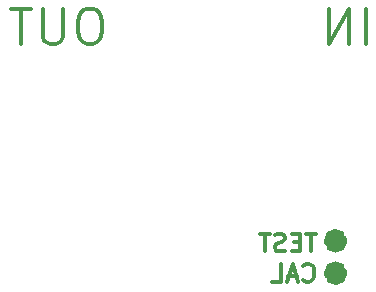
<source format=gbr>
G04 #@! TF.FileFunction,Legend,Bot*
%FSLAX46Y46*%
G04 Gerber Fmt 4.6, Leading zero omitted, Abs format (unit mm)*
G04 Created by KiCad (PCBNEW 4.0.7-e2-6376~61~ubuntu18.04.1) date Sat Jul 21 17:42:36 2018*
%MOMM*%
%LPD*%
G01*
G04 APERTURE LIST*
%ADD10C,0.100000*%
%ADD11C,1.000000*%
%ADD12C,0.300000*%
G04 APERTURE END LIST*
D10*
D11*
X111000000Y-93250000D02*
G75*
G03X111000000Y-93250000I-500000J0D01*
G01*
X111000000Y-90500000D02*
G75*
G03X111000000Y-90500000I-500000J0D01*
G01*
D12*
X108857143Y-89903571D02*
X108000000Y-89903571D01*
X108428571Y-91403571D02*
X108428571Y-89903571D01*
X107500000Y-90617857D02*
X107000000Y-90617857D01*
X106785714Y-91403571D02*
X107500000Y-91403571D01*
X107500000Y-89903571D01*
X106785714Y-89903571D01*
X106214286Y-91332143D02*
X106000000Y-91403571D01*
X105642857Y-91403571D01*
X105500000Y-91332143D01*
X105428571Y-91260714D01*
X105357143Y-91117857D01*
X105357143Y-90975000D01*
X105428571Y-90832143D01*
X105500000Y-90760714D01*
X105642857Y-90689286D01*
X105928571Y-90617857D01*
X106071429Y-90546429D01*
X106142857Y-90475000D01*
X106214286Y-90332143D01*
X106214286Y-90189286D01*
X106142857Y-90046429D01*
X106071429Y-89975000D01*
X105928571Y-89903571D01*
X105571429Y-89903571D01*
X105357143Y-89975000D01*
X104928572Y-89903571D02*
X104071429Y-89903571D01*
X104500000Y-91403571D02*
X104500000Y-89903571D01*
X107785714Y-93810714D02*
X107857143Y-93882143D01*
X108071429Y-93953571D01*
X108214286Y-93953571D01*
X108428571Y-93882143D01*
X108571429Y-93739286D01*
X108642857Y-93596429D01*
X108714286Y-93310714D01*
X108714286Y-93096429D01*
X108642857Y-92810714D01*
X108571429Y-92667857D01*
X108428571Y-92525000D01*
X108214286Y-92453571D01*
X108071429Y-92453571D01*
X107857143Y-92525000D01*
X107785714Y-92596429D01*
X107214286Y-93525000D02*
X106500000Y-93525000D01*
X107357143Y-93953571D02*
X106857143Y-92453571D01*
X106357143Y-93953571D01*
X105142857Y-93953571D02*
X105857143Y-93953571D01*
X105857143Y-92453571D01*
X90000000Y-70857143D02*
X89428571Y-70857143D01*
X89142857Y-71000000D01*
X88857143Y-71285714D01*
X88714285Y-71857143D01*
X88714285Y-72857143D01*
X88857143Y-73428571D01*
X89142857Y-73714286D01*
X89428571Y-73857143D01*
X90000000Y-73857143D01*
X90285714Y-73714286D01*
X90571428Y-73428571D01*
X90714285Y-72857143D01*
X90714285Y-71857143D01*
X90571428Y-71285714D01*
X90285714Y-71000000D01*
X90000000Y-70857143D01*
X87428571Y-70857143D02*
X87428571Y-73285714D01*
X87285714Y-73571429D01*
X87142857Y-73714286D01*
X86857143Y-73857143D01*
X86285714Y-73857143D01*
X86000000Y-73714286D01*
X85857143Y-73571429D01*
X85714286Y-73285714D01*
X85714286Y-70857143D01*
X84714286Y-70857143D02*
X83000000Y-70857143D01*
X83857143Y-73857143D02*
X83857143Y-70857143D01*
X113071428Y-73857143D02*
X113071428Y-70857143D01*
X111642857Y-73857143D02*
X111642857Y-70857143D01*
X109928572Y-73857143D01*
X109928572Y-70857143D01*
M02*

</source>
